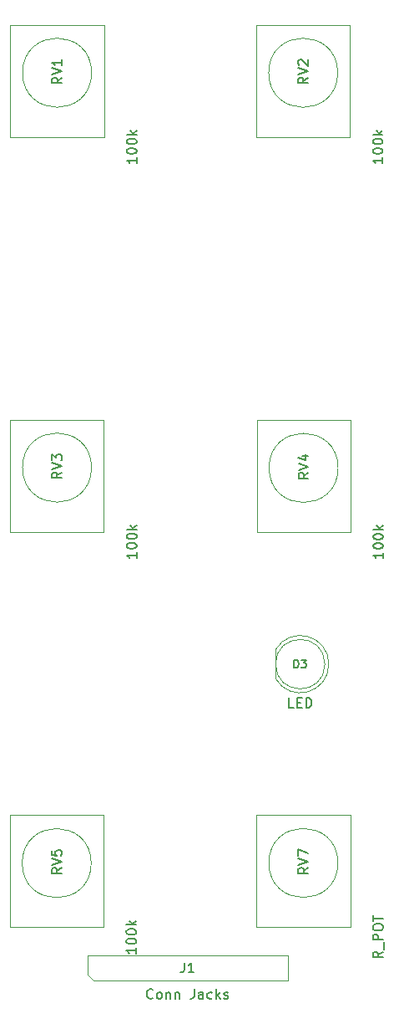
<source format=gbr>
%TF.GenerationSoftware,KiCad,Pcbnew,(5.1.9)-1*%
%TF.CreationDate,2021-08-22T20:59:49+01:00*%
%TF.ProjectId,KOSMOS Simple Mixer,4b4f534d-4f53-4205-9369-6d706c65204d,rev?*%
%TF.SameCoordinates,Original*%
%TF.FileFunction,Other,Fab,Top*%
%FSLAX46Y46*%
G04 Gerber Fmt 4.6, Leading zero omitted, Abs format (unit mm)*
G04 Created by KiCad (PCBNEW (5.1.9)-1) date 2021-08-22 20:59:49*
%MOMM*%
%LPD*%
G01*
G04 APERTURE LIST*
%ADD10C,0.100000*%
%ADD11C,0.150000*%
%ADD12C,0.200000*%
G04 APERTURE END LIST*
D10*
%TO.C,D3*%
X56060000Y-94190000D02*
G75*
G03*
X56060000Y-94190000I-2500000J0D01*
G01*
X51060000Y-92720306D02*
X51060000Y-95659694D01*
X51059984Y-95659666D02*
G75*
G03*
X51060000Y-92720306I2500016J1469666D01*
G01*
%TO.C,J1*%
X32595000Y-126217000D02*
X31960000Y-125582000D01*
X52280000Y-126217000D02*
X32595000Y-126217000D01*
X52280000Y-123677000D02*
X52280000Y-126217000D01*
X31960000Y-123677000D02*
X52280000Y-123677000D01*
X31960000Y-125582000D02*
X31960000Y-123677000D01*
%TO.C,RV1*%
X32400000Y-34340000D02*
G75*
G03*
X32400000Y-34340000I-3500000J0D01*
G01*
X33650000Y-40840000D02*
X24150000Y-40840000D01*
X33650000Y-29490000D02*
X24150000Y-29490000D01*
X24150000Y-40840000D02*
X24150000Y-29490000D01*
X33650000Y-40840000D02*
X33650000Y-29490000D01*
%TO.C,RV2*%
X58610000Y-40840000D02*
X58610000Y-29490000D01*
X49110000Y-40840000D02*
X49110000Y-29490000D01*
X58610000Y-29490000D02*
X49110000Y-29490000D01*
X58610000Y-40840000D02*
X49110000Y-40840000D01*
X57360000Y-34340000D02*
G75*
G03*
X57360000Y-34340000I-3500000J0D01*
G01*
%TO.C,RV3*%
X32390000Y-74300000D02*
G75*
G03*
X32390000Y-74300000I-3500000J0D01*
G01*
X33640000Y-80800000D02*
X24140000Y-80800000D01*
X33640000Y-69450000D02*
X24140000Y-69450000D01*
X24140000Y-80800000D02*
X24140000Y-69450000D01*
X33640000Y-80800000D02*
X33640000Y-69450000D01*
%TO.C,RV4*%
X58650000Y-80830000D02*
X58650000Y-69480000D01*
X49150000Y-80830000D02*
X49150000Y-69480000D01*
X58650000Y-69480000D02*
X49150000Y-69480000D01*
X58650000Y-80830000D02*
X49150000Y-80830000D01*
X57400000Y-74330000D02*
G75*
G03*
X57400000Y-74330000I-3500000J0D01*
G01*
%TO.C,RV5*%
X33610000Y-120830000D02*
X33610000Y-109480000D01*
X24110000Y-120830000D02*
X24110000Y-109480000D01*
X33610000Y-109480000D02*
X24110000Y-109480000D01*
X33610000Y-120830000D02*
X24110000Y-120830000D01*
X32360000Y-114330000D02*
G75*
G03*
X32360000Y-114330000I-3500000J0D01*
G01*
%TO.C,RV7*%
X57380000Y-114310000D02*
G75*
G03*
X57380000Y-114310000I-3500000J0D01*
G01*
X58630000Y-120810000D02*
X49130000Y-120810000D01*
X58630000Y-109460000D02*
X49130000Y-109460000D01*
X49130000Y-120810000D02*
X49130000Y-109460000D01*
X58630000Y-120810000D02*
X58630000Y-109460000D01*
%TD*%
%TO.C,D3*%
D11*
X52917142Y-98602380D02*
X52440952Y-98602380D01*
X52440952Y-97602380D01*
X53250476Y-98078571D02*
X53583809Y-98078571D01*
X53726666Y-98602380D02*
X53250476Y-98602380D01*
X53250476Y-97602380D01*
X53726666Y-97602380D01*
X54155238Y-98602380D02*
X54155238Y-97602380D01*
X54393333Y-97602380D01*
X54536190Y-97650000D01*
X54631428Y-97745238D01*
X54679047Y-97840476D01*
X54726666Y-98030952D01*
X54726666Y-98173809D01*
X54679047Y-98364285D01*
X54631428Y-98459523D01*
X54536190Y-98554761D01*
X54393333Y-98602380D01*
X54155238Y-98602380D01*
D12*
X52949523Y-94551904D02*
X52949523Y-93751904D01*
X53140000Y-93751904D01*
X53254285Y-93790000D01*
X53330476Y-93866190D01*
X53368571Y-93942380D01*
X53406666Y-94094761D01*
X53406666Y-94209047D01*
X53368571Y-94361428D01*
X53330476Y-94437619D01*
X53254285Y-94513809D01*
X53140000Y-94551904D01*
X52949523Y-94551904D01*
X53673333Y-93751904D02*
X54168571Y-93751904D01*
X53901904Y-94056666D01*
X54016190Y-94056666D01*
X54092380Y-94094761D01*
X54130476Y-94132857D01*
X54168571Y-94209047D01*
X54168571Y-94399523D01*
X54130476Y-94475714D01*
X54092380Y-94513809D01*
X54016190Y-94551904D01*
X53787619Y-94551904D01*
X53711428Y-94513809D01*
X53673333Y-94475714D01*
%TO.C,J1*%
D11*
X38620000Y-127971142D02*
X38572380Y-128018761D01*
X38429523Y-128066380D01*
X38334285Y-128066380D01*
X38191428Y-128018761D01*
X38096190Y-127923523D01*
X38048571Y-127828285D01*
X38000952Y-127637809D01*
X38000952Y-127494952D01*
X38048571Y-127304476D01*
X38096190Y-127209238D01*
X38191428Y-127114000D01*
X38334285Y-127066380D01*
X38429523Y-127066380D01*
X38572380Y-127114000D01*
X38620000Y-127161619D01*
X39191428Y-128066380D02*
X39096190Y-128018761D01*
X39048571Y-127971142D01*
X39000952Y-127875904D01*
X39000952Y-127590190D01*
X39048571Y-127494952D01*
X39096190Y-127447333D01*
X39191428Y-127399714D01*
X39334285Y-127399714D01*
X39429523Y-127447333D01*
X39477142Y-127494952D01*
X39524761Y-127590190D01*
X39524761Y-127875904D01*
X39477142Y-127971142D01*
X39429523Y-128018761D01*
X39334285Y-128066380D01*
X39191428Y-128066380D01*
X39953333Y-127399714D02*
X39953333Y-128066380D01*
X39953333Y-127494952D02*
X40000952Y-127447333D01*
X40096190Y-127399714D01*
X40239047Y-127399714D01*
X40334285Y-127447333D01*
X40381904Y-127542571D01*
X40381904Y-128066380D01*
X40858095Y-127399714D02*
X40858095Y-128066380D01*
X40858095Y-127494952D02*
X40905714Y-127447333D01*
X41000952Y-127399714D01*
X41143809Y-127399714D01*
X41239047Y-127447333D01*
X41286666Y-127542571D01*
X41286666Y-128066380D01*
X42810476Y-127066380D02*
X42810476Y-127780666D01*
X42762857Y-127923523D01*
X42667619Y-128018761D01*
X42524761Y-128066380D01*
X42429523Y-128066380D01*
X43715238Y-128066380D02*
X43715238Y-127542571D01*
X43667619Y-127447333D01*
X43572380Y-127399714D01*
X43381904Y-127399714D01*
X43286666Y-127447333D01*
X43715238Y-128018761D02*
X43620000Y-128066380D01*
X43381904Y-128066380D01*
X43286666Y-128018761D01*
X43239047Y-127923523D01*
X43239047Y-127828285D01*
X43286666Y-127733047D01*
X43381904Y-127685428D01*
X43620000Y-127685428D01*
X43715238Y-127637809D01*
X44620000Y-128018761D02*
X44524761Y-128066380D01*
X44334285Y-128066380D01*
X44239047Y-128018761D01*
X44191428Y-127971142D01*
X44143809Y-127875904D01*
X44143809Y-127590190D01*
X44191428Y-127494952D01*
X44239047Y-127447333D01*
X44334285Y-127399714D01*
X44524761Y-127399714D01*
X44620000Y-127447333D01*
X45048571Y-128066380D02*
X45048571Y-127066380D01*
X45143809Y-127685428D02*
X45429523Y-128066380D01*
X45429523Y-127399714D02*
X45048571Y-127780666D01*
X45810476Y-128018761D02*
X45905714Y-128066380D01*
X46096190Y-128066380D01*
X46191428Y-128018761D01*
X46239047Y-127923523D01*
X46239047Y-127875904D01*
X46191428Y-127780666D01*
X46096190Y-127733047D01*
X45953333Y-127733047D01*
X45858095Y-127685428D01*
X45810476Y-127590190D01*
X45810476Y-127542571D01*
X45858095Y-127447333D01*
X45953333Y-127399714D01*
X46096190Y-127399714D01*
X46191428Y-127447333D01*
X41786666Y-124399380D02*
X41786666Y-125113666D01*
X41739047Y-125256523D01*
X41643809Y-125351761D01*
X41500952Y-125399380D01*
X41405714Y-125399380D01*
X42786666Y-125399380D02*
X42215238Y-125399380D01*
X42500952Y-125399380D02*
X42500952Y-124399380D01*
X42405714Y-124542238D01*
X42310476Y-124637476D01*
X42215238Y-124685095D01*
%TO.C,RV1*%
X36962380Y-42911428D02*
X36962380Y-43482857D01*
X36962380Y-43197142D02*
X35962380Y-43197142D01*
X36105238Y-43292380D01*
X36200476Y-43387619D01*
X36248095Y-43482857D01*
X35962380Y-42292380D02*
X35962380Y-42197142D01*
X36010000Y-42101904D01*
X36057619Y-42054285D01*
X36152857Y-42006666D01*
X36343333Y-41959047D01*
X36581428Y-41959047D01*
X36771904Y-42006666D01*
X36867142Y-42054285D01*
X36914761Y-42101904D01*
X36962380Y-42197142D01*
X36962380Y-42292380D01*
X36914761Y-42387619D01*
X36867142Y-42435238D01*
X36771904Y-42482857D01*
X36581428Y-42530476D01*
X36343333Y-42530476D01*
X36152857Y-42482857D01*
X36057619Y-42435238D01*
X36010000Y-42387619D01*
X35962380Y-42292380D01*
X35962380Y-41340000D02*
X35962380Y-41244761D01*
X36010000Y-41149523D01*
X36057619Y-41101904D01*
X36152857Y-41054285D01*
X36343333Y-41006666D01*
X36581428Y-41006666D01*
X36771904Y-41054285D01*
X36867142Y-41101904D01*
X36914761Y-41149523D01*
X36962380Y-41244761D01*
X36962380Y-41340000D01*
X36914761Y-41435238D01*
X36867142Y-41482857D01*
X36771904Y-41530476D01*
X36581428Y-41578095D01*
X36343333Y-41578095D01*
X36152857Y-41530476D01*
X36057619Y-41482857D01*
X36010000Y-41435238D01*
X35962380Y-41340000D01*
X36962380Y-40578095D02*
X35962380Y-40578095D01*
X36581428Y-40482857D02*
X36962380Y-40197142D01*
X36295714Y-40197142D02*
X36676666Y-40578095D01*
X29392380Y-34815238D02*
X28916190Y-35148571D01*
X29392380Y-35386666D02*
X28392380Y-35386666D01*
X28392380Y-35005714D01*
X28440000Y-34910476D01*
X28487619Y-34862857D01*
X28582857Y-34815238D01*
X28725714Y-34815238D01*
X28820952Y-34862857D01*
X28868571Y-34910476D01*
X28916190Y-35005714D01*
X28916190Y-35386666D01*
X28392380Y-34529523D02*
X29392380Y-34196190D01*
X28392380Y-33862857D01*
X29392380Y-33005714D02*
X29392380Y-33577142D01*
X29392380Y-33291428D02*
X28392380Y-33291428D01*
X28535238Y-33386666D01*
X28630476Y-33481904D01*
X28678095Y-33577142D01*
%TO.C,RV2*%
X61922380Y-42911428D02*
X61922380Y-43482857D01*
X61922380Y-43197142D02*
X60922380Y-43197142D01*
X61065238Y-43292380D01*
X61160476Y-43387619D01*
X61208095Y-43482857D01*
X60922380Y-42292380D02*
X60922380Y-42197142D01*
X60970000Y-42101904D01*
X61017619Y-42054285D01*
X61112857Y-42006666D01*
X61303333Y-41959047D01*
X61541428Y-41959047D01*
X61731904Y-42006666D01*
X61827142Y-42054285D01*
X61874761Y-42101904D01*
X61922380Y-42197142D01*
X61922380Y-42292380D01*
X61874761Y-42387619D01*
X61827142Y-42435238D01*
X61731904Y-42482857D01*
X61541428Y-42530476D01*
X61303333Y-42530476D01*
X61112857Y-42482857D01*
X61017619Y-42435238D01*
X60970000Y-42387619D01*
X60922380Y-42292380D01*
X60922380Y-41340000D02*
X60922380Y-41244761D01*
X60970000Y-41149523D01*
X61017619Y-41101904D01*
X61112857Y-41054285D01*
X61303333Y-41006666D01*
X61541428Y-41006666D01*
X61731904Y-41054285D01*
X61827142Y-41101904D01*
X61874761Y-41149523D01*
X61922380Y-41244761D01*
X61922380Y-41340000D01*
X61874761Y-41435238D01*
X61827142Y-41482857D01*
X61731904Y-41530476D01*
X61541428Y-41578095D01*
X61303333Y-41578095D01*
X61112857Y-41530476D01*
X61017619Y-41482857D01*
X60970000Y-41435238D01*
X60922380Y-41340000D01*
X61922380Y-40578095D02*
X60922380Y-40578095D01*
X61541428Y-40482857D02*
X61922380Y-40197142D01*
X61255714Y-40197142D02*
X61636666Y-40578095D01*
X54352380Y-34815238D02*
X53876190Y-35148571D01*
X54352380Y-35386666D02*
X53352380Y-35386666D01*
X53352380Y-35005714D01*
X53400000Y-34910476D01*
X53447619Y-34862857D01*
X53542857Y-34815238D01*
X53685714Y-34815238D01*
X53780952Y-34862857D01*
X53828571Y-34910476D01*
X53876190Y-35005714D01*
X53876190Y-35386666D01*
X53352380Y-34529523D02*
X54352380Y-34196190D01*
X53352380Y-33862857D01*
X53447619Y-33577142D02*
X53400000Y-33529523D01*
X53352380Y-33434285D01*
X53352380Y-33196190D01*
X53400000Y-33100952D01*
X53447619Y-33053333D01*
X53542857Y-33005714D01*
X53638095Y-33005714D01*
X53780952Y-33053333D01*
X54352380Y-33624761D01*
X54352380Y-33005714D01*
%TO.C,RV3*%
X36952380Y-82871428D02*
X36952380Y-83442857D01*
X36952380Y-83157142D02*
X35952380Y-83157142D01*
X36095238Y-83252380D01*
X36190476Y-83347619D01*
X36238095Y-83442857D01*
X35952380Y-82252380D02*
X35952380Y-82157142D01*
X36000000Y-82061904D01*
X36047619Y-82014285D01*
X36142857Y-81966666D01*
X36333333Y-81919047D01*
X36571428Y-81919047D01*
X36761904Y-81966666D01*
X36857142Y-82014285D01*
X36904761Y-82061904D01*
X36952380Y-82157142D01*
X36952380Y-82252380D01*
X36904761Y-82347619D01*
X36857142Y-82395238D01*
X36761904Y-82442857D01*
X36571428Y-82490476D01*
X36333333Y-82490476D01*
X36142857Y-82442857D01*
X36047619Y-82395238D01*
X36000000Y-82347619D01*
X35952380Y-82252380D01*
X35952380Y-81300000D02*
X35952380Y-81204761D01*
X36000000Y-81109523D01*
X36047619Y-81061904D01*
X36142857Y-81014285D01*
X36333333Y-80966666D01*
X36571428Y-80966666D01*
X36761904Y-81014285D01*
X36857142Y-81061904D01*
X36904761Y-81109523D01*
X36952380Y-81204761D01*
X36952380Y-81300000D01*
X36904761Y-81395238D01*
X36857142Y-81442857D01*
X36761904Y-81490476D01*
X36571428Y-81538095D01*
X36333333Y-81538095D01*
X36142857Y-81490476D01*
X36047619Y-81442857D01*
X36000000Y-81395238D01*
X35952380Y-81300000D01*
X36952380Y-80538095D02*
X35952380Y-80538095D01*
X36571428Y-80442857D02*
X36952380Y-80157142D01*
X36285714Y-80157142D02*
X36666666Y-80538095D01*
X29382380Y-74775238D02*
X28906190Y-75108571D01*
X29382380Y-75346666D02*
X28382380Y-75346666D01*
X28382380Y-74965714D01*
X28430000Y-74870476D01*
X28477619Y-74822857D01*
X28572857Y-74775238D01*
X28715714Y-74775238D01*
X28810952Y-74822857D01*
X28858571Y-74870476D01*
X28906190Y-74965714D01*
X28906190Y-75346666D01*
X28382380Y-74489523D02*
X29382380Y-74156190D01*
X28382380Y-73822857D01*
X28382380Y-73584761D02*
X28382380Y-72965714D01*
X28763333Y-73299047D01*
X28763333Y-73156190D01*
X28810952Y-73060952D01*
X28858571Y-73013333D01*
X28953809Y-72965714D01*
X29191904Y-72965714D01*
X29287142Y-73013333D01*
X29334761Y-73060952D01*
X29382380Y-73156190D01*
X29382380Y-73441904D01*
X29334761Y-73537142D01*
X29287142Y-73584761D01*
%TO.C,RV4*%
X61962380Y-82901428D02*
X61962380Y-83472857D01*
X61962380Y-83187142D02*
X60962380Y-83187142D01*
X61105238Y-83282380D01*
X61200476Y-83377619D01*
X61248095Y-83472857D01*
X60962380Y-82282380D02*
X60962380Y-82187142D01*
X61010000Y-82091904D01*
X61057619Y-82044285D01*
X61152857Y-81996666D01*
X61343333Y-81949047D01*
X61581428Y-81949047D01*
X61771904Y-81996666D01*
X61867142Y-82044285D01*
X61914761Y-82091904D01*
X61962380Y-82187142D01*
X61962380Y-82282380D01*
X61914761Y-82377619D01*
X61867142Y-82425238D01*
X61771904Y-82472857D01*
X61581428Y-82520476D01*
X61343333Y-82520476D01*
X61152857Y-82472857D01*
X61057619Y-82425238D01*
X61010000Y-82377619D01*
X60962380Y-82282380D01*
X60962380Y-81330000D02*
X60962380Y-81234761D01*
X61010000Y-81139523D01*
X61057619Y-81091904D01*
X61152857Y-81044285D01*
X61343333Y-80996666D01*
X61581428Y-80996666D01*
X61771904Y-81044285D01*
X61867142Y-81091904D01*
X61914761Y-81139523D01*
X61962380Y-81234761D01*
X61962380Y-81330000D01*
X61914761Y-81425238D01*
X61867142Y-81472857D01*
X61771904Y-81520476D01*
X61581428Y-81568095D01*
X61343333Y-81568095D01*
X61152857Y-81520476D01*
X61057619Y-81472857D01*
X61010000Y-81425238D01*
X60962380Y-81330000D01*
X61962380Y-80568095D02*
X60962380Y-80568095D01*
X61581428Y-80472857D02*
X61962380Y-80187142D01*
X61295714Y-80187142D02*
X61676666Y-80568095D01*
X54392380Y-74805238D02*
X53916190Y-75138571D01*
X54392380Y-75376666D02*
X53392380Y-75376666D01*
X53392380Y-74995714D01*
X53440000Y-74900476D01*
X53487619Y-74852857D01*
X53582857Y-74805238D01*
X53725714Y-74805238D01*
X53820952Y-74852857D01*
X53868571Y-74900476D01*
X53916190Y-74995714D01*
X53916190Y-75376666D01*
X53392380Y-74519523D02*
X54392380Y-74186190D01*
X53392380Y-73852857D01*
X53725714Y-73090952D02*
X54392380Y-73090952D01*
X53344761Y-73329047D02*
X54059047Y-73567142D01*
X54059047Y-72948095D01*
%TO.C,RV5*%
X36922380Y-122901428D02*
X36922380Y-123472857D01*
X36922380Y-123187142D02*
X35922380Y-123187142D01*
X36065238Y-123282380D01*
X36160476Y-123377619D01*
X36208095Y-123472857D01*
X35922380Y-122282380D02*
X35922380Y-122187142D01*
X35970000Y-122091904D01*
X36017619Y-122044285D01*
X36112857Y-121996666D01*
X36303333Y-121949047D01*
X36541428Y-121949047D01*
X36731904Y-121996666D01*
X36827142Y-122044285D01*
X36874761Y-122091904D01*
X36922380Y-122187142D01*
X36922380Y-122282380D01*
X36874761Y-122377619D01*
X36827142Y-122425238D01*
X36731904Y-122472857D01*
X36541428Y-122520476D01*
X36303333Y-122520476D01*
X36112857Y-122472857D01*
X36017619Y-122425238D01*
X35970000Y-122377619D01*
X35922380Y-122282380D01*
X35922380Y-121330000D02*
X35922380Y-121234761D01*
X35970000Y-121139523D01*
X36017619Y-121091904D01*
X36112857Y-121044285D01*
X36303333Y-120996666D01*
X36541428Y-120996666D01*
X36731904Y-121044285D01*
X36827142Y-121091904D01*
X36874761Y-121139523D01*
X36922380Y-121234761D01*
X36922380Y-121330000D01*
X36874761Y-121425238D01*
X36827142Y-121472857D01*
X36731904Y-121520476D01*
X36541428Y-121568095D01*
X36303333Y-121568095D01*
X36112857Y-121520476D01*
X36017619Y-121472857D01*
X35970000Y-121425238D01*
X35922380Y-121330000D01*
X36922380Y-120568095D02*
X35922380Y-120568095D01*
X36541428Y-120472857D02*
X36922380Y-120187142D01*
X36255714Y-120187142D02*
X36636666Y-120568095D01*
X29352380Y-114805238D02*
X28876190Y-115138571D01*
X29352380Y-115376666D02*
X28352380Y-115376666D01*
X28352380Y-114995714D01*
X28400000Y-114900476D01*
X28447619Y-114852857D01*
X28542857Y-114805238D01*
X28685714Y-114805238D01*
X28780952Y-114852857D01*
X28828571Y-114900476D01*
X28876190Y-114995714D01*
X28876190Y-115376666D01*
X28352380Y-114519523D02*
X29352380Y-114186190D01*
X28352380Y-113852857D01*
X28352380Y-113043333D02*
X28352380Y-113519523D01*
X28828571Y-113567142D01*
X28780952Y-113519523D01*
X28733333Y-113424285D01*
X28733333Y-113186190D01*
X28780952Y-113090952D01*
X28828571Y-113043333D01*
X28923809Y-112995714D01*
X29161904Y-112995714D01*
X29257142Y-113043333D01*
X29304761Y-113090952D01*
X29352380Y-113186190D01*
X29352380Y-113424285D01*
X29304761Y-113519523D01*
X29257142Y-113567142D01*
%TO.C,RV7*%
X61942380Y-123286190D02*
X61466190Y-123619523D01*
X61942380Y-123857619D02*
X60942380Y-123857619D01*
X60942380Y-123476666D01*
X60990000Y-123381428D01*
X61037619Y-123333809D01*
X61132857Y-123286190D01*
X61275714Y-123286190D01*
X61370952Y-123333809D01*
X61418571Y-123381428D01*
X61466190Y-123476666D01*
X61466190Y-123857619D01*
X62037619Y-123095714D02*
X62037619Y-122333809D01*
X61942380Y-122095714D02*
X60942380Y-122095714D01*
X60942380Y-121714761D01*
X60990000Y-121619523D01*
X61037619Y-121571904D01*
X61132857Y-121524285D01*
X61275714Y-121524285D01*
X61370952Y-121571904D01*
X61418571Y-121619523D01*
X61466190Y-121714761D01*
X61466190Y-122095714D01*
X60942380Y-120905238D02*
X60942380Y-120714761D01*
X60990000Y-120619523D01*
X61085238Y-120524285D01*
X61275714Y-120476666D01*
X61609047Y-120476666D01*
X61799523Y-120524285D01*
X61894761Y-120619523D01*
X61942380Y-120714761D01*
X61942380Y-120905238D01*
X61894761Y-121000476D01*
X61799523Y-121095714D01*
X61609047Y-121143333D01*
X61275714Y-121143333D01*
X61085238Y-121095714D01*
X60990000Y-121000476D01*
X60942380Y-120905238D01*
X60942380Y-120190952D02*
X60942380Y-119619523D01*
X61942380Y-119905238D02*
X60942380Y-119905238D01*
X54372380Y-114785238D02*
X53896190Y-115118571D01*
X54372380Y-115356666D02*
X53372380Y-115356666D01*
X53372380Y-114975714D01*
X53420000Y-114880476D01*
X53467619Y-114832857D01*
X53562857Y-114785238D01*
X53705714Y-114785238D01*
X53800952Y-114832857D01*
X53848571Y-114880476D01*
X53896190Y-114975714D01*
X53896190Y-115356666D01*
X53372380Y-114499523D02*
X54372380Y-114166190D01*
X53372380Y-113832857D01*
X53372380Y-113594761D02*
X53372380Y-112928095D01*
X54372380Y-113356666D01*
%TD*%
M02*

</source>
